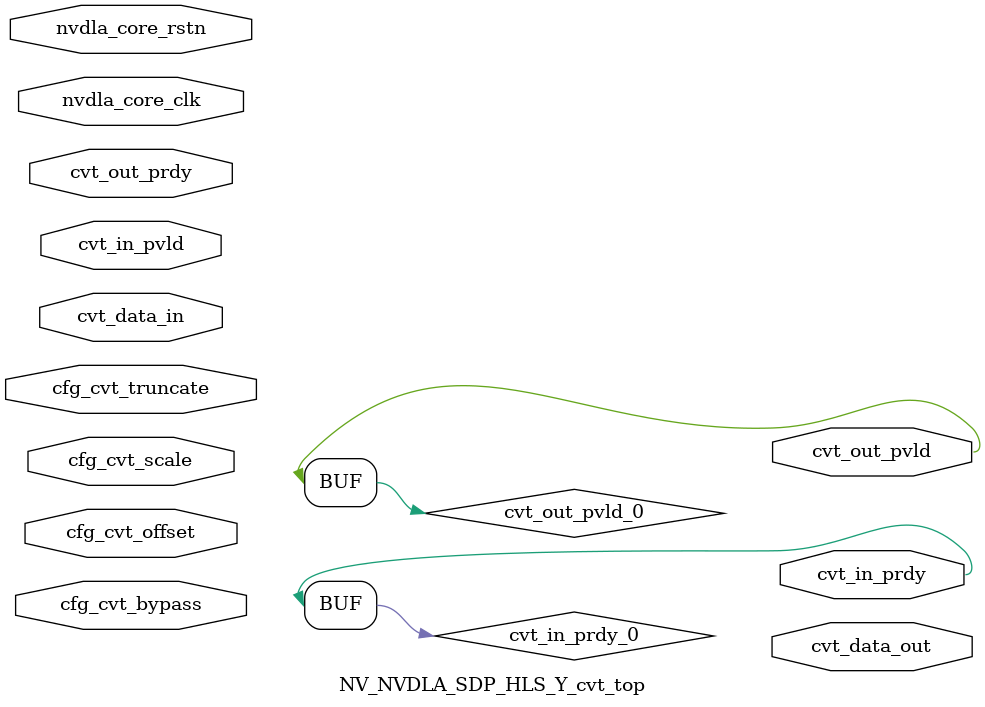
<source format=v>
module NV_NVDLA_SDP_HLS_Y_cvt_top (
   cfg_cvt_bypass //|< i
  ,cfg_cvt_offset //|< i
  ,cfg_cvt_scale //|< i
  ,cfg_cvt_truncate //|< i
  ,cvt_data_in //|< i
  ,cvt_in_pvld //|< i
  ,cvt_out_prdy //|< i
  ,nvdla_core_clk //|< i
  ,nvdla_core_rstn //|< i
  ,cvt_data_out //|> o
  ,cvt_in_prdy //|> o
  ,cvt_out_pvld //|> o
  );
input cfg_cvt_bypass;
input [31:0] cfg_cvt_offset;
input [15:0] cfg_cvt_scale;
input [5:0] cfg_cvt_truncate;
input [16*0 -1:0] cvt_data_in;
input cvt_in_pvld;
input cvt_out_prdy;
output [32*0 -1:0] cvt_data_out;
output cvt_in_prdy;
output cvt_out_pvld;
input nvdla_core_clk;
input nvdla_core_rstn;
//: my $k=0;
//: foreach my $i (0..${k}-1) {
//: print qq(
//: wire [15:0] cvt_data_in_${i};
//: wire [31:0] cvt_data_out_${i};
//: wire cvt_in_prdy_${i};
//: wire cvt_out_pvld_${i};
//: );
//: }
//: print "\n";
//: foreach my $i (0..${k}-1) {
//: print "assign  cvt_data_in_${i} = cvt_data_in[16*${i}+15:16*${i}]; \n";
//: }
//: foreach my $i (0..${k}-1) {
//: print "assign  cvt_data_out[32*${i}+31:32*${i}] = cvt_data_out_${i}; \n";
//: }
//:
//: foreach my $i (0..${k}-1) {
//: print qq(
//: NV_NVDLA_SDP_HLS_Y_int_cvt y_int_cvt_${i} (
//: .cfg_cvt_bypass (cfg_cvt_bypass) //|< i
//: ,.cfg_cvt_offset (cfg_cvt_offset[31:0]) //|< i
//: ,.cfg_cvt_scale (cfg_cvt_scale[15:0]) //|< i
//: ,.cfg_cvt_truncate (cfg_cvt_truncate[5:0]) //|< i
//: ,.cvt_data_in (cvt_data_in_${i}[15:0]) //|< w
//: ,.cvt_in_pvld (cvt_in_pvld) //|< i
//: ,.cvt_out_prdy (cvt_out_prdy) //|< i
//: ,.nvdla_core_clk (nvdla_core_clk) //|< i
//: ,.nvdla_core_rstn (nvdla_core_rstn) //|< i
//: ,.cvt_data_out (cvt_data_out_${i}[31:0]) //|> w
//: ,.cvt_in_prdy (cvt_in_prdy_${i}) //|> w
//: ,.cvt_out_pvld (cvt_out_pvld_${i}) //|> w
//: );
//: );
//: }
//| eperl: generated_beg (DO NOT EDIT BELOW)


//| eperl: generated_end (DO NOT EDIT ABOVE)
assign cvt_in_prdy = cvt_in_prdy_0;
assign cvt_out_pvld = cvt_out_pvld_0;
endmodule // NV_NVDLA_SDP_HLS_Y_cvt_top

</source>
